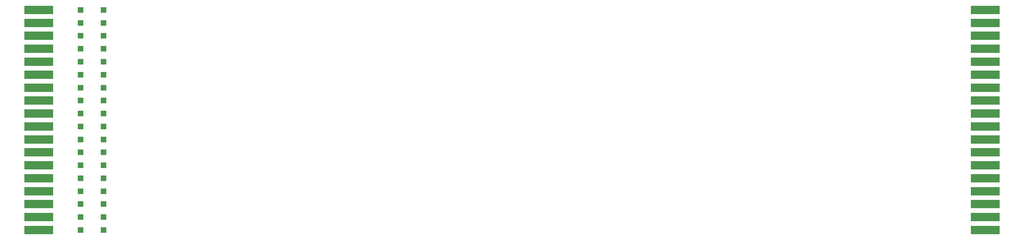
<source format=gbr>
%TF.GenerationSoftware,KiCad,Pcbnew,8.0.2*%
%TF.CreationDate,2024-05-25T20:43:41+02:00*%
%TF.ProjectId,Extender_36pin,45787465-6e64-4657-925f-333670696e2e,rev?*%
%TF.SameCoordinates,Original*%
%TF.FileFunction,Soldermask,Top*%
%TF.FilePolarity,Negative*%
%FSLAX46Y46*%
G04 Gerber Fmt 4.6, Leading zero omitted, Abs format (unit mm)*
G04 Created by KiCad (PCBNEW 8.0.2) date 2024-05-25 20:43:41*
%MOMM*%
%LPD*%
G01*
G04 APERTURE LIST*
%ADD10R,1.700000X1.700000*%
%ADD11R,8.800000X2.600000*%
G04 APERTURE END LIST*
D10*
%TO.C,J9*%
X78000000Y-143240000D03*
%TD*%
%TO.C,J8*%
X78000000Y-147200000D03*
%TD*%
%TO.C,J23*%
X85000000Y-159080000D03*
%TD*%
%TO.C,J25*%
X85000000Y-151160000D03*
%TD*%
%TO.C,J7*%
X78000000Y-151160000D03*
%TD*%
%TO.C,J30*%
X85000000Y-131360000D03*
%TD*%
%TO.C,J31*%
X85000000Y-127400000D03*
%TD*%
%TO.C,J29*%
X85000000Y-135320000D03*
%TD*%
%TO.C,J26*%
X85000000Y-147200000D03*
%TD*%
D11*
%TO.C,J1*%
X65220000Y-167000000D03*
X65220000Y-163040000D03*
X65220000Y-159080000D03*
X65220000Y-155120000D03*
X65220000Y-151160000D03*
X65220000Y-147200000D03*
X65220000Y-143240000D03*
X65220000Y-139280000D03*
X65220000Y-135320000D03*
X65220000Y-131360000D03*
X65220000Y-127400000D03*
X65220000Y-123440000D03*
X65220000Y-119480000D03*
X65220000Y-115520000D03*
X65220000Y-111560000D03*
X65220000Y-107600000D03*
X65220000Y-103640000D03*
X65220000Y-99680000D03*
%TD*%
D10*
%TO.C,J3*%
X78000000Y-167000000D03*
%TD*%
%TO.C,J35*%
X85000000Y-111560000D03*
%TD*%
%TO.C,J12*%
X78000000Y-131360000D03*
%TD*%
%TO.C,J14*%
X78000000Y-123440000D03*
%TD*%
%TO.C,J27*%
X85000000Y-143240000D03*
%TD*%
%TO.C,J16*%
X78000000Y-115520000D03*
%TD*%
D11*
%TO.C,J2*%
X354720000Y-167000000D03*
X354720000Y-163040000D03*
X354720000Y-159080000D03*
X354720000Y-155120000D03*
X354720000Y-151160000D03*
X354720000Y-147200000D03*
X354720000Y-143240000D03*
X354720000Y-139280000D03*
X354720000Y-135320000D03*
X354720000Y-131360000D03*
X354720000Y-127400000D03*
X354720000Y-123440000D03*
X354720000Y-119480000D03*
X354720000Y-115520000D03*
X354720000Y-111560000D03*
X354720000Y-107600000D03*
X354720000Y-103640000D03*
X354720000Y-99680000D03*
%TD*%
D10*
%TO.C,J38*%
X85000000Y-99680000D03*
%TD*%
%TO.C,J20*%
X78000000Y-99680000D03*
%TD*%
%TO.C,J17*%
X78000000Y-111560000D03*
%TD*%
%TO.C,J28*%
X85000000Y-139280000D03*
%TD*%
%TO.C,J32*%
X85000000Y-123440000D03*
%TD*%
%TO.C,J15*%
X78000000Y-119480000D03*
%TD*%
%TO.C,J37*%
X85000000Y-103640000D03*
%TD*%
%TO.C,J4*%
X78000000Y-163040000D03*
%TD*%
%TO.C,J13*%
X78000000Y-127400000D03*
%TD*%
%TO.C,J10*%
X78000000Y-139280000D03*
%TD*%
%TO.C,J36*%
X85000000Y-107600000D03*
%TD*%
%TO.C,J18*%
X78000000Y-107600000D03*
%TD*%
%TO.C,J5*%
X78000000Y-159080000D03*
%TD*%
%TO.C,J22*%
X85000000Y-163040000D03*
%TD*%
%TO.C,J34*%
X85000000Y-115520000D03*
%TD*%
%TO.C,J21*%
X85000000Y-167000000D03*
%TD*%
%TO.C,J24*%
X85000000Y-155120000D03*
%TD*%
%TO.C,J33*%
X85000000Y-119480000D03*
%TD*%
%TO.C,J19*%
X78000000Y-103640000D03*
%TD*%
%TO.C,J11*%
X78000000Y-135320000D03*
%TD*%
%TO.C,J6*%
X78000000Y-155120000D03*
%TD*%
M02*

</source>
